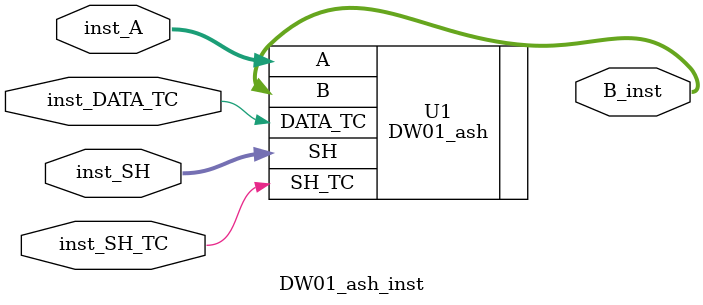
<source format=v>
module DW01_ash_inst( inst_A, inst_DATA_TC, inst_SH, inst_SH_TC, B_inst );

  parameter A_width = 8;
  parameter SH_width = 8;

  input [A_width-1 : 0] inst_A;
  input inst_DATA_TC;
  input [SH_width-1 : 0] inst_SH;
  input inst_SH_TC;
  output [A_width-1 : 0] B_inst;

  // Instance of DW01_ash
  DW01_ash #(A_width, SH_width)
    U1 (.A(inst_A), .DATA_TC(inst_DATA_TC), .SH(inst_SH), 
        .SH_TC(inst_SH_TC), .B(B_inst) );

endmodule

</source>
